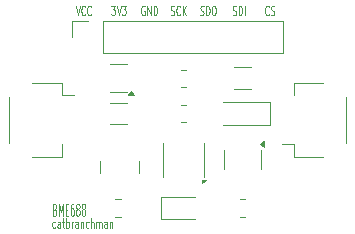
<source format=gbr>
%TF.GenerationSoftware,KiCad,Pcbnew,8.0.5*%
%TF.CreationDate,2024-10-27T10:59:05-07:00*%
%TF.ProjectId,bme688-ezzat-suhaime,626d6536-3838-42d6-957a-7a61742d7375,rev?*%
%TF.SameCoordinates,Original*%
%TF.FileFunction,Legend,Top*%
%TF.FilePolarity,Positive*%
%FSLAX46Y46*%
G04 Gerber Fmt 4.6, Leading zero omitted, Abs format (unit mm)*
G04 Created by KiCad (PCBNEW 8.0.5) date 2024-10-27 10:59:05*
%MOMM*%
%LPD*%
G01*
G04 APERTURE LIST*
%ADD10C,0.093750*%
%ADD11C,0.125000*%
%ADD12C,0.120000*%
G04 APERTURE END LIST*
D10*
X216645010Y-106109125D02*
X216597391Y-106147220D01*
X216597391Y-106147220D02*
X216502153Y-106147220D01*
X216502153Y-106147220D02*
X216454534Y-106109125D01*
X216454534Y-106109125D02*
X216430724Y-106071029D01*
X216430724Y-106071029D02*
X216406915Y-105994839D01*
X216406915Y-105994839D02*
X216406915Y-105766267D01*
X216406915Y-105766267D02*
X216430724Y-105690077D01*
X216430724Y-105690077D02*
X216454534Y-105651982D01*
X216454534Y-105651982D02*
X216502153Y-105613886D01*
X216502153Y-105613886D02*
X216597391Y-105613886D01*
X216597391Y-105613886D02*
X216645010Y-105651982D01*
X217073581Y-106147220D02*
X217073581Y-105728172D01*
X217073581Y-105728172D02*
X217049771Y-105651982D01*
X217049771Y-105651982D02*
X217002152Y-105613886D01*
X217002152Y-105613886D02*
X216906914Y-105613886D01*
X216906914Y-105613886D02*
X216859295Y-105651982D01*
X217073581Y-106109125D02*
X217025962Y-106147220D01*
X217025962Y-106147220D02*
X216906914Y-106147220D01*
X216906914Y-106147220D02*
X216859295Y-106109125D01*
X216859295Y-106109125D02*
X216835486Y-106032934D01*
X216835486Y-106032934D02*
X216835486Y-105956744D01*
X216835486Y-105956744D02*
X216859295Y-105880553D01*
X216859295Y-105880553D02*
X216906914Y-105842458D01*
X216906914Y-105842458D02*
X217025962Y-105842458D01*
X217025962Y-105842458D02*
X217073581Y-105804363D01*
X217240248Y-105613886D02*
X217430724Y-105613886D01*
X217311676Y-105347220D02*
X217311676Y-106032934D01*
X217311676Y-106032934D02*
X217335486Y-106109125D01*
X217335486Y-106109125D02*
X217383105Y-106147220D01*
X217383105Y-106147220D02*
X217430724Y-106147220D01*
X217597390Y-106147220D02*
X217597390Y-105347220D01*
X217597390Y-105651982D02*
X217645009Y-105613886D01*
X217645009Y-105613886D02*
X217740247Y-105613886D01*
X217740247Y-105613886D02*
X217787866Y-105651982D01*
X217787866Y-105651982D02*
X217811676Y-105690077D01*
X217811676Y-105690077D02*
X217835485Y-105766267D01*
X217835485Y-105766267D02*
X217835485Y-105994839D01*
X217835485Y-105994839D02*
X217811676Y-106071029D01*
X217811676Y-106071029D02*
X217787866Y-106109125D01*
X217787866Y-106109125D02*
X217740247Y-106147220D01*
X217740247Y-106147220D02*
X217645009Y-106147220D01*
X217645009Y-106147220D02*
X217597390Y-106109125D01*
X218049771Y-106147220D02*
X218049771Y-105613886D01*
X218049771Y-105766267D02*
X218073581Y-105690077D01*
X218073581Y-105690077D02*
X218097390Y-105651982D01*
X218097390Y-105651982D02*
X218145009Y-105613886D01*
X218145009Y-105613886D02*
X218192628Y-105613886D01*
X218573581Y-106147220D02*
X218573581Y-105728172D01*
X218573581Y-105728172D02*
X218549771Y-105651982D01*
X218549771Y-105651982D02*
X218502152Y-105613886D01*
X218502152Y-105613886D02*
X218406914Y-105613886D01*
X218406914Y-105613886D02*
X218359295Y-105651982D01*
X218573581Y-106109125D02*
X218525962Y-106147220D01*
X218525962Y-106147220D02*
X218406914Y-106147220D01*
X218406914Y-106147220D02*
X218359295Y-106109125D01*
X218359295Y-106109125D02*
X218335486Y-106032934D01*
X218335486Y-106032934D02*
X218335486Y-105956744D01*
X218335486Y-105956744D02*
X218359295Y-105880553D01*
X218359295Y-105880553D02*
X218406914Y-105842458D01*
X218406914Y-105842458D02*
X218525962Y-105842458D01*
X218525962Y-105842458D02*
X218573581Y-105804363D01*
X218811676Y-105613886D02*
X218811676Y-106147220D01*
X218811676Y-105690077D02*
X218835486Y-105651982D01*
X218835486Y-105651982D02*
X218883105Y-105613886D01*
X218883105Y-105613886D02*
X218954533Y-105613886D01*
X218954533Y-105613886D02*
X219002152Y-105651982D01*
X219002152Y-105651982D02*
X219025962Y-105728172D01*
X219025962Y-105728172D02*
X219025962Y-106147220D01*
X219478343Y-106109125D02*
X219430724Y-106147220D01*
X219430724Y-106147220D02*
X219335486Y-106147220D01*
X219335486Y-106147220D02*
X219287867Y-106109125D01*
X219287867Y-106109125D02*
X219264057Y-106071029D01*
X219264057Y-106071029D02*
X219240248Y-105994839D01*
X219240248Y-105994839D02*
X219240248Y-105766267D01*
X219240248Y-105766267D02*
X219264057Y-105690077D01*
X219264057Y-105690077D02*
X219287867Y-105651982D01*
X219287867Y-105651982D02*
X219335486Y-105613886D01*
X219335486Y-105613886D02*
X219430724Y-105613886D01*
X219430724Y-105613886D02*
X219478343Y-105651982D01*
X219692628Y-106147220D02*
X219692628Y-105347220D01*
X219906914Y-106147220D02*
X219906914Y-105728172D01*
X219906914Y-105728172D02*
X219883104Y-105651982D01*
X219883104Y-105651982D02*
X219835485Y-105613886D01*
X219835485Y-105613886D02*
X219764057Y-105613886D01*
X219764057Y-105613886D02*
X219716438Y-105651982D01*
X219716438Y-105651982D02*
X219692628Y-105690077D01*
X220145009Y-106147220D02*
X220145009Y-105613886D01*
X220145009Y-105690077D02*
X220168819Y-105651982D01*
X220168819Y-105651982D02*
X220216438Y-105613886D01*
X220216438Y-105613886D02*
X220287866Y-105613886D01*
X220287866Y-105613886D02*
X220335485Y-105651982D01*
X220335485Y-105651982D02*
X220359295Y-105728172D01*
X220359295Y-105728172D02*
X220359295Y-106147220D01*
X220359295Y-105728172D02*
X220383104Y-105651982D01*
X220383104Y-105651982D02*
X220430723Y-105613886D01*
X220430723Y-105613886D02*
X220502152Y-105613886D01*
X220502152Y-105613886D02*
X220549771Y-105651982D01*
X220549771Y-105651982D02*
X220573581Y-105728172D01*
X220573581Y-105728172D02*
X220573581Y-106147220D01*
X221025962Y-106147220D02*
X221025962Y-105728172D01*
X221025962Y-105728172D02*
X221002152Y-105651982D01*
X221002152Y-105651982D02*
X220954533Y-105613886D01*
X220954533Y-105613886D02*
X220859295Y-105613886D01*
X220859295Y-105613886D02*
X220811676Y-105651982D01*
X221025962Y-106109125D02*
X220978343Y-106147220D01*
X220978343Y-106147220D02*
X220859295Y-106147220D01*
X220859295Y-106147220D02*
X220811676Y-106109125D01*
X220811676Y-106109125D02*
X220787867Y-106032934D01*
X220787867Y-106032934D02*
X220787867Y-105956744D01*
X220787867Y-105956744D02*
X220811676Y-105880553D01*
X220811676Y-105880553D02*
X220859295Y-105842458D01*
X220859295Y-105842458D02*
X220978343Y-105842458D01*
X220978343Y-105842458D02*
X221025962Y-105804363D01*
X221264057Y-105613886D02*
X221264057Y-106147220D01*
X221264057Y-105690077D02*
X221287867Y-105651982D01*
X221287867Y-105651982D02*
X221335486Y-105613886D01*
X221335486Y-105613886D02*
X221406914Y-105613886D01*
X221406914Y-105613886D02*
X221454533Y-105651982D01*
X221454533Y-105651982D02*
X221478343Y-105728172D01*
X221478343Y-105728172D02*
X221478343Y-106147220D01*
D11*
X216617950Y-104597309D02*
X216689378Y-104644928D01*
X216689378Y-104644928D02*
X216713188Y-104692547D01*
X216713188Y-104692547D02*
X216736997Y-104787785D01*
X216736997Y-104787785D02*
X216736997Y-104930642D01*
X216736997Y-104930642D02*
X216713188Y-105025880D01*
X216713188Y-105025880D02*
X216689378Y-105073500D01*
X216689378Y-105073500D02*
X216641759Y-105121119D01*
X216641759Y-105121119D02*
X216451283Y-105121119D01*
X216451283Y-105121119D02*
X216451283Y-104121119D01*
X216451283Y-104121119D02*
X216617950Y-104121119D01*
X216617950Y-104121119D02*
X216665569Y-104168738D01*
X216665569Y-104168738D02*
X216689378Y-104216357D01*
X216689378Y-104216357D02*
X216713188Y-104311595D01*
X216713188Y-104311595D02*
X216713188Y-104406833D01*
X216713188Y-104406833D02*
X216689378Y-104502071D01*
X216689378Y-104502071D02*
X216665569Y-104549690D01*
X216665569Y-104549690D02*
X216617950Y-104597309D01*
X216617950Y-104597309D02*
X216451283Y-104597309D01*
X216951283Y-105121119D02*
X216951283Y-104121119D01*
X216951283Y-104121119D02*
X217117950Y-104835404D01*
X217117950Y-104835404D02*
X217284616Y-104121119D01*
X217284616Y-104121119D02*
X217284616Y-105121119D01*
X217522712Y-104597309D02*
X217689379Y-104597309D01*
X217760807Y-105121119D02*
X217522712Y-105121119D01*
X217522712Y-105121119D02*
X217522712Y-104121119D01*
X217522712Y-104121119D02*
X217760807Y-104121119D01*
X218189379Y-104121119D02*
X218094141Y-104121119D01*
X218094141Y-104121119D02*
X218046522Y-104168738D01*
X218046522Y-104168738D02*
X218022712Y-104216357D01*
X218022712Y-104216357D02*
X217975093Y-104359214D01*
X217975093Y-104359214D02*
X217951284Y-104549690D01*
X217951284Y-104549690D02*
X217951284Y-104930642D01*
X217951284Y-104930642D02*
X217975093Y-105025880D01*
X217975093Y-105025880D02*
X217998903Y-105073500D01*
X217998903Y-105073500D02*
X218046522Y-105121119D01*
X218046522Y-105121119D02*
X218141760Y-105121119D01*
X218141760Y-105121119D02*
X218189379Y-105073500D01*
X218189379Y-105073500D02*
X218213188Y-105025880D01*
X218213188Y-105025880D02*
X218236998Y-104930642D01*
X218236998Y-104930642D02*
X218236998Y-104692547D01*
X218236998Y-104692547D02*
X218213188Y-104597309D01*
X218213188Y-104597309D02*
X218189379Y-104549690D01*
X218189379Y-104549690D02*
X218141760Y-104502071D01*
X218141760Y-104502071D02*
X218046522Y-104502071D01*
X218046522Y-104502071D02*
X217998903Y-104549690D01*
X217998903Y-104549690D02*
X217975093Y-104597309D01*
X217975093Y-104597309D02*
X217951284Y-104692547D01*
X218522712Y-104549690D02*
X218475093Y-104502071D01*
X218475093Y-104502071D02*
X218451283Y-104454452D01*
X218451283Y-104454452D02*
X218427474Y-104359214D01*
X218427474Y-104359214D02*
X218427474Y-104311595D01*
X218427474Y-104311595D02*
X218451283Y-104216357D01*
X218451283Y-104216357D02*
X218475093Y-104168738D01*
X218475093Y-104168738D02*
X218522712Y-104121119D01*
X218522712Y-104121119D02*
X218617950Y-104121119D01*
X218617950Y-104121119D02*
X218665569Y-104168738D01*
X218665569Y-104168738D02*
X218689378Y-104216357D01*
X218689378Y-104216357D02*
X218713188Y-104311595D01*
X218713188Y-104311595D02*
X218713188Y-104359214D01*
X218713188Y-104359214D02*
X218689378Y-104454452D01*
X218689378Y-104454452D02*
X218665569Y-104502071D01*
X218665569Y-104502071D02*
X218617950Y-104549690D01*
X218617950Y-104549690D02*
X218522712Y-104549690D01*
X218522712Y-104549690D02*
X218475093Y-104597309D01*
X218475093Y-104597309D02*
X218451283Y-104644928D01*
X218451283Y-104644928D02*
X218427474Y-104740166D01*
X218427474Y-104740166D02*
X218427474Y-104930642D01*
X218427474Y-104930642D02*
X218451283Y-105025880D01*
X218451283Y-105025880D02*
X218475093Y-105073500D01*
X218475093Y-105073500D02*
X218522712Y-105121119D01*
X218522712Y-105121119D02*
X218617950Y-105121119D01*
X218617950Y-105121119D02*
X218665569Y-105073500D01*
X218665569Y-105073500D02*
X218689378Y-105025880D01*
X218689378Y-105025880D02*
X218713188Y-104930642D01*
X218713188Y-104930642D02*
X218713188Y-104740166D01*
X218713188Y-104740166D02*
X218689378Y-104644928D01*
X218689378Y-104644928D02*
X218665569Y-104597309D01*
X218665569Y-104597309D02*
X218617950Y-104549690D01*
X218998902Y-104549690D02*
X218951283Y-104502071D01*
X218951283Y-104502071D02*
X218927473Y-104454452D01*
X218927473Y-104454452D02*
X218903664Y-104359214D01*
X218903664Y-104359214D02*
X218903664Y-104311595D01*
X218903664Y-104311595D02*
X218927473Y-104216357D01*
X218927473Y-104216357D02*
X218951283Y-104168738D01*
X218951283Y-104168738D02*
X218998902Y-104121119D01*
X218998902Y-104121119D02*
X219094140Y-104121119D01*
X219094140Y-104121119D02*
X219141759Y-104168738D01*
X219141759Y-104168738D02*
X219165568Y-104216357D01*
X219165568Y-104216357D02*
X219189378Y-104311595D01*
X219189378Y-104311595D02*
X219189378Y-104359214D01*
X219189378Y-104359214D02*
X219165568Y-104454452D01*
X219165568Y-104454452D02*
X219141759Y-104502071D01*
X219141759Y-104502071D02*
X219094140Y-104549690D01*
X219094140Y-104549690D02*
X218998902Y-104549690D01*
X218998902Y-104549690D02*
X218951283Y-104597309D01*
X218951283Y-104597309D02*
X218927473Y-104644928D01*
X218927473Y-104644928D02*
X218903664Y-104740166D01*
X218903664Y-104740166D02*
X218903664Y-104930642D01*
X218903664Y-104930642D02*
X218927473Y-105025880D01*
X218927473Y-105025880D02*
X218951283Y-105073500D01*
X218951283Y-105073500D02*
X218998902Y-105121119D01*
X218998902Y-105121119D02*
X219094140Y-105121119D01*
X219094140Y-105121119D02*
X219141759Y-105073500D01*
X219141759Y-105073500D02*
X219165568Y-105025880D01*
X219165568Y-105025880D02*
X219189378Y-104930642D01*
X219189378Y-104930642D02*
X219189378Y-104740166D01*
X219189378Y-104740166D02*
X219165568Y-104644928D01*
X219165568Y-104644928D02*
X219141759Y-104597309D01*
X219141759Y-104597309D02*
X219094140Y-104549690D01*
X228927474Y-88107500D02*
X228998902Y-88145595D01*
X228998902Y-88145595D02*
X229117950Y-88145595D01*
X229117950Y-88145595D02*
X229165569Y-88107500D01*
X229165569Y-88107500D02*
X229189378Y-88069404D01*
X229189378Y-88069404D02*
X229213188Y-87993214D01*
X229213188Y-87993214D02*
X229213188Y-87917023D01*
X229213188Y-87917023D02*
X229189378Y-87840833D01*
X229189378Y-87840833D02*
X229165569Y-87802738D01*
X229165569Y-87802738D02*
X229117950Y-87764642D01*
X229117950Y-87764642D02*
X229022712Y-87726547D01*
X229022712Y-87726547D02*
X228975093Y-87688452D01*
X228975093Y-87688452D02*
X228951283Y-87650357D01*
X228951283Y-87650357D02*
X228927474Y-87574166D01*
X228927474Y-87574166D02*
X228927474Y-87497976D01*
X228927474Y-87497976D02*
X228951283Y-87421785D01*
X228951283Y-87421785D02*
X228975093Y-87383690D01*
X228975093Y-87383690D02*
X229022712Y-87345595D01*
X229022712Y-87345595D02*
X229141759Y-87345595D01*
X229141759Y-87345595D02*
X229213188Y-87383690D01*
X229427473Y-88145595D02*
X229427473Y-87345595D01*
X229427473Y-87345595D02*
X229546521Y-87345595D01*
X229546521Y-87345595D02*
X229617949Y-87383690D01*
X229617949Y-87383690D02*
X229665568Y-87459880D01*
X229665568Y-87459880D02*
X229689378Y-87536071D01*
X229689378Y-87536071D02*
X229713187Y-87688452D01*
X229713187Y-87688452D02*
X229713187Y-87802738D01*
X229713187Y-87802738D02*
X229689378Y-87955119D01*
X229689378Y-87955119D02*
X229665568Y-88031309D01*
X229665568Y-88031309D02*
X229617949Y-88107500D01*
X229617949Y-88107500D02*
X229546521Y-88145595D01*
X229546521Y-88145595D02*
X229427473Y-88145595D01*
X230022711Y-87345595D02*
X230117949Y-87345595D01*
X230117949Y-87345595D02*
X230165568Y-87383690D01*
X230165568Y-87383690D02*
X230213187Y-87459880D01*
X230213187Y-87459880D02*
X230236997Y-87612261D01*
X230236997Y-87612261D02*
X230236997Y-87878928D01*
X230236997Y-87878928D02*
X230213187Y-88031309D01*
X230213187Y-88031309D02*
X230165568Y-88107500D01*
X230165568Y-88107500D02*
X230117949Y-88145595D01*
X230117949Y-88145595D02*
X230022711Y-88145595D01*
X230022711Y-88145595D02*
X229975092Y-88107500D01*
X229975092Y-88107500D02*
X229927473Y-88031309D01*
X229927473Y-88031309D02*
X229903664Y-87878928D01*
X229903664Y-87878928D02*
X229903664Y-87612261D01*
X229903664Y-87612261D02*
X229927473Y-87459880D01*
X229927473Y-87459880D02*
X229975092Y-87383690D01*
X229975092Y-87383690D02*
X230022711Y-87345595D01*
X221403664Y-87345595D02*
X221713188Y-87345595D01*
X221713188Y-87345595D02*
X221546521Y-87650357D01*
X221546521Y-87650357D02*
X221617950Y-87650357D01*
X221617950Y-87650357D02*
X221665569Y-87688452D01*
X221665569Y-87688452D02*
X221689378Y-87726547D01*
X221689378Y-87726547D02*
X221713188Y-87802738D01*
X221713188Y-87802738D02*
X221713188Y-87993214D01*
X221713188Y-87993214D02*
X221689378Y-88069404D01*
X221689378Y-88069404D02*
X221665569Y-88107500D01*
X221665569Y-88107500D02*
X221617950Y-88145595D01*
X221617950Y-88145595D02*
X221475093Y-88145595D01*
X221475093Y-88145595D02*
X221427474Y-88107500D01*
X221427474Y-88107500D02*
X221403664Y-88069404D01*
X221856045Y-87345595D02*
X222022711Y-88145595D01*
X222022711Y-88145595D02*
X222189378Y-87345595D01*
X222308425Y-87345595D02*
X222617949Y-87345595D01*
X222617949Y-87345595D02*
X222451282Y-87650357D01*
X222451282Y-87650357D02*
X222522711Y-87650357D01*
X222522711Y-87650357D02*
X222570330Y-87688452D01*
X222570330Y-87688452D02*
X222594139Y-87726547D01*
X222594139Y-87726547D02*
X222617949Y-87802738D01*
X222617949Y-87802738D02*
X222617949Y-87993214D01*
X222617949Y-87993214D02*
X222594139Y-88069404D01*
X222594139Y-88069404D02*
X222570330Y-88107500D01*
X222570330Y-88107500D02*
X222522711Y-88145595D01*
X222522711Y-88145595D02*
X222379854Y-88145595D01*
X222379854Y-88145595D02*
X222332235Y-88107500D01*
X222332235Y-88107500D02*
X222308425Y-88069404D01*
X218379855Y-87345595D02*
X218546521Y-88145595D01*
X218546521Y-88145595D02*
X218713188Y-87345595D01*
X219165568Y-88069404D02*
X219141759Y-88107500D01*
X219141759Y-88107500D02*
X219070330Y-88145595D01*
X219070330Y-88145595D02*
X219022711Y-88145595D01*
X219022711Y-88145595D02*
X218951283Y-88107500D01*
X218951283Y-88107500D02*
X218903664Y-88031309D01*
X218903664Y-88031309D02*
X218879854Y-87955119D01*
X218879854Y-87955119D02*
X218856045Y-87802738D01*
X218856045Y-87802738D02*
X218856045Y-87688452D01*
X218856045Y-87688452D02*
X218879854Y-87536071D01*
X218879854Y-87536071D02*
X218903664Y-87459880D01*
X218903664Y-87459880D02*
X218951283Y-87383690D01*
X218951283Y-87383690D02*
X219022711Y-87345595D01*
X219022711Y-87345595D02*
X219070330Y-87345595D01*
X219070330Y-87345595D02*
X219141759Y-87383690D01*
X219141759Y-87383690D02*
X219165568Y-87421785D01*
X219665568Y-88069404D02*
X219641759Y-88107500D01*
X219641759Y-88107500D02*
X219570330Y-88145595D01*
X219570330Y-88145595D02*
X219522711Y-88145595D01*
X219522711Y-88145595D02*
X219451283Y-88107500D01*
X219451283Y-88107500D02*
X219403664Y-88031309D01*
X219403664Y-88031309D02*
X219379854Y-87955119D01*
X219379854Y-87955119D02*
X219356045Y-87802738D01*
X219356045Y-87802738D02*
X219356045Y-87688452D01*
X219356045Y-87688452D02*
X219379854Y-87536071D01*
X219379854Y-87536071D02*
X219403664Y-87459880D01*
X219403664Y-87459880D02*
X219451283Y-87383690D01*
X219451283Y-87383690D02*
X219522711Y-87345595D01*
X219522711Y-87345595D02*
X219570330Y-87345595D01*
X219570330Y-87345595D02*
X219641759Y-87383690D01*
X219641759Y-87383690D02*
X219665568Y-87421785D01*
X231677474Y-88107500D02*
X231748902Y-88145595D01*
X231748902Y-88145595D02*
X231867950Y-88145595D01*
X231867950Y-88145595D02*
X231915569Y-88107500D01*
X231915569Y-88107500D02*
X231939378Y-88069404D01*
X231939378Y-88069404D02*
X231963188Y-87993214D01*
X231963188Y-87993214D02*
X231963188Y-87917023D01*
X231963188Y-87917023D02*
X231939378Y-87840833D01*
X231939378Y-87840833D02*
X231915569Y-87802738D01*
X231915569Y-87802738D02*
X231867950Y-87764642D01*
X231867950Y-87764642D02*
X231772712Y-87726547D01*
X231772712Y-87726547D02*
X231725093Y-87688452D01*
X231725093Y-87688452D02*
X231701283Y-87650357D01*
X231701283Y-87650357D02*
X231677474Y-87574166D01*
X231677474Y-87574166D02*
X231677474Y-87497976D01*
X231677474Y-87497976D02*
X231701283Y-87421785D01*
X231701283Y-87421785D02*
X231725093Y-87383690D01*
X231725093Y-87383690D02*
X231772712Y-87345595D01*
X231772712Y-87345595D02*
X231891759Y-87345595D01*
X231891759Y-87345595D02*
X231963188Y-87383690D01*
X232177473Y-88145595D02*
X232177473Y-87345595D01*
X232177473Y-87345595D02*
X232296521Y-87345595D01*
X232296521Y-87345595D02*
X232367949Y-87383690D01*
X232367949Y-87383690D02*
X232415568Y-87459880D01*
X232415568Y-87459880D02*
X232439378Y-87536071D01*
X232439378Y-87536071D02*
X232463187Y-87688452D01*
X232463187Y-87688452D02*
X232463187Y-87802738D01*
X232463187Y-87802738D02*
X232439378Y-87955119D01*
X232439378Y-87955119D02*
X232415568Y-88031309D01*
X232415568Y-88031309D02*
X232367949Y-88107500D01*
X232367949Y-88107500D02*
X232296521Y-88145595D01*
X232296521Y-88145595D02*
X232177473Y-88145595D01*
X232677473Y-88145595D02*
X232677473Y-87345595D01*
X234736997Y-88069404D02*
X234713188Y-88107500D01*
X234713188Y-88107500D02*
X234641759Y-88145595D01*
X234641759Y-88145595D02*
X234594140Y-88145595D01*
X234594140Y-88145595D02*
X234522712Y-88107500D01*
X234522712Y-88107500D02*
X234475093Y-88031309D01*
X234475093Y-88031309D02*
X234451283Y-87955119D01*
X234451283Y-87955119D02*
X234427474Y-87802738D01*
X234427474Y-87802738D02*
X234427474Y-87688452D01*
X234427474Y-87688452D02*
X234451283Y-87536071D01*
X234451283Y-87536071D02*
X234475093Y-87459880D01*
X234475093Y-87459880D02*
X234522712Y-87383690D01*
X234522712Y-87383690D02*
X234594140Y-87345595D01*
X234594140Y-87345595D02*
X234641759Y-87345595D01*
X234641759Y-87345595D02*
X234713188Y-87383690D01*
X234713188Y-87383690D02*
X234736997Y-87421785D01*
X234927474Y-88107500D02*
X234998902Y-88145595D01*
X234998902Y-88145595D02*
X235117950Y-88145595D01*
X235117950Y-88145595D02*
X235165569Y-88107500D01*
X235165569Y-88107500D02*
X235189378Y-88069404D01*
X235189378Y-88069404D02*
X235213188Y-87993214D01*
X235213188Y-87993214D02*
X235213188Y-87917023D01*
X235213188Y-87917023D02*
X235189378Y-87840833D01*
X235189378Y-87840833D02*
X235165569Y-87802738D01*
X235165569Y-87802738D02*
X235117950Y-87764642D01*
X235117950Y-87764642D02*
X235022712Y-87726547D01*
X235022712Y-87726547D02*
X234975093Y-87688452D01*
X234975093Y-87688452D02*
X234951283Y-87650357D01*
X234951283Y-87650357D02*
X234927474Y-87574166D01*
X234927474Y-87574166D02*
X234927474Y-87497976D01*
X234927474Y-87497976D02*
X234951283Y-87421785D01*
X234951283Y-87421785D02*
X234975093Y-87383690D01*
X234975093Y-87383690D02*
X235022712Y-87345595D01*
X235022712Y-87345595D02*
X235141759Y-87345595D01*
X235141759Y-87345595D02*
X235213188Y-87383690D01*
X224213188Y-87383690D02*
X224165569Y-87345595D01*
X224165569Y-87345595D02*
X224094140Y-87345595D01*
X224094140Y-87345595D02*
X224022712Y-87383690D01*
X224022712Y-87383690D02*
X223975093Y-87459880D01*
X223975093Y-87459880D02*
X223951283Y-87536071D01*
X223951283Y-87536071D02*
X223927474Y-87688452D01*
X223927474Y-87688452D02*
X223927474Y-87802738D01*
X223927474Y-87802738D02*
X223951283Y-87955119D01*
X223951283Y-87955119D02*
X223975093Y-88031309D01*
X223975093Y-88031309D02*
X224022712Y-88107500D01*
X224022712Y-88107500D02*
X224094140Y-88145595D01*
X224094140Y-88145595D02*
X224141759Y-88145595D01*
X224141759Y-88145595D02*
X224213188Y-88107500D01*
X224213188Y-88107500D02*
X224236997Y-88069404D01*
X224236997Y-88069404D02*
X224236997Y-87802738D01*
X224236997Y-87802738D02*
X224141759Y-87802738D01*
X224451283Y-88145595D02*
X224451283Y-87345595D01*
X224451283Y-87345595D02*
X224736997Y-88145595D01*
X224736997Y-88145595D02*
X224736997Y-87345595D01*
X224975093Y-88145595D02*
X224975093Y-87345595D01*
X224975093Y-87345595D02*
X225094141Y-87345595D01*
X225094141Y-87345595D02*
X225165569Y-87383690D01*
X225165569Y-87383690D02*
X225213188Y-87459880D01*
X225213188Y-87459880D02*
X225236998Y-87536071D01*
X225236998Y-87536071D02*
X225260807Y-87688452D01*
X225260807Y-87688452D02*
X225260807Y-87802738D01*
X225260807Y-87802738D02*
X225236998Y-87955119D01*
X225236998Y-87955119D02*
X225213188Y-88031309D01*
X225213188Y-88031309D02*
X225165569Y-88107500D01*
X225165569Y-88107500D02*
X225094141Y-88145595D01*
X225094141Y-88145595D02*
X224975093Y-88145595D01*
X226427474Y-88107500D02*
X226498902Y-88145595D01*
X226498902Y-88145595D02*
X226617950Y-88145595D01*
X226617950Y-88145595D02*
X226665569Y-88107500D01*
X226665569Y-88107500D02*
X226689378Y-88069404D01*
X226689378Y-88069404D02*
X226713188Y-87993214D01*
X226713188Y-87993214D02*
X226713188Y-87917023D01*
X226713188Y-87917023D02*
X226689378Y-87840833D01*
X226689378Y-87840833D02*
X226665569Y-87802738D01*
X226665569Y-87802738D02*
X226617950Y-87764642D01*
X226617950Y-87764642D02*
X226522712Y-87726547D01*
X226522712Y-87726547D02*
X226475093Y-87688452D01*
X226475093Y-87688452D02*
X226451283Y-87650357D01*
X226451283Y-87650357D02*
X226427474Y-87574166D01*
X226427474Y-87574166D02*
X226427474Y-87497976D01*
X226427474Y-87497976D02*
X226451283Y-87421785D01*
X226451283Y-87421785D02*
X226475093Y-87383690D01*
X226475093Y-87383690D02*
X226522712Y-87345595D01*
X226522712Y-87345595D02*
X226641759Y-87345595D01*
X226641759Y-87345595D02*
X226713188Y-87383690D01*
X227213187Y-88069404D02*
X227189378Y-88107500D01*
X227189378Y-88107500D02*
X227117949Y-88145595D01*
X227117949Y-88145595D02*
X227070330Y-88145595D01*
X227070330Y-88145595D02*
X226998902Y-88107500D01*
X226998902Y-88107500D02*
X226951283Y-88031309D01*
X226951283Y-88031309D02*
X226927473Y-87955119D01*
X226927473Y-87955119D02*
X226903664Y-87802738D01*
X226903664Y-87802738D02*
X226903664Y-87688452D01*
X226903664Y-87688452D02*
X226927473Y-87536071D01*
X226927473Y-87536071D02*
X226951283Y-87459880D01*
X226951283Y-87459880D02*
X226998902Y-87383690D01*
X226998902Y-87383690D02*
X227070330Y-87345595D01*
X227070330Y-87345595D02*
X227117949Y-87345595D01*
X227117949Y-87345595D02*
X227189378Y-87383690D01*
X227189378Y-87383690D02*
X227213187Y-87421785D01*
X227427473Y-88145595D02*
X227427473Y-87345595D01*
X227713187Y-88145595D02*
X227498902Y-87688452D01*
X227713187Y-87345595D02*
X227427473Y-87802738D01*
D12*
%TO.C,Q1*%
X222700000Y-92315000D02*
X221300000Y-92315000D01*
X222710000Y-94635000D02*
X221300000Y-94635000D01*
X223320000Y-94915000D02*
X222840000Y-94915000D01*
X223080000Y-94585000D01*
X223320000Y-94915000D01*
G36*
X223320000Y-94915000D02*
G01*
X222840000Y-94915000D01*
X223080000Y-94585000D01*
X223320000Y-94915000D01*
G37*
%TO.C,R1*%
X227272936Y-95740000D02*
X227727064Y-95740000D01*
X227272936Y-97210000D02*
X227727064Y-97210000D01*
%TO.C,C1*%
X221288748Y-95565000D02*
X222711252Y-95565000D01*
X221288748Y-97385000D02*
X222711252Y-97385000D01*
%TO.C,U2*%
X230940000Y-100337500D02*
X230940000Y-99537500D01*
X230940000Y-100337500D02*
X230940000Y-101137500D01*
X234060000Y-100337500D02*
X234060000Y-99537500D01*
X234060000Y-100337500D02*
X234060000Y-101137500D01*
X234340000Y-99277500D02*
X234010000Y-99037500D01*
X234340000Y-98797500D01*
X234340000Y-99277500D01*
G36*
X234340000Y-99277500D02*
G01*
X234010000Y-99037500D01*
X234340000Y-98797500D01*
X234340000Y-99277500D01*
G37*
%TO.C,R3*%
X232727064Y-103740000D02*
X232272936Y-103740000D01*
X232727064Y-105210000D02*
X232272936Y-105210000D01*
%TO.C,J3*%
X236840000Y-93890000D02*
X236840000Y-94940000D01*
X236840000Y-99060000D02*
X235850000Y-99060000D01*
X236840000Y-100110000D02*
X236840000Y-99060000D01*
X239340000Y-93890000D02*
X236840000Y-93890000D01*
X239340000Y-100110000D02*
X236840000Y-100110000D01*
X241310000Y-98940000D02*
X241310000Y-95060000D01*
%TO.C,C2*%
X231788748Y-92565000D02*
X233211252Y-92565000D01*
X231788748Y-94385000D02*
X233211252Y-94385000D01*
%TO.C,U1*%
X225790000Y-101835000D02*
X225790000Y-98975000D01*
X229210000Y-101835000D02*
X229210000Y-98975000D01*
X229100000Y-102355000D02*
X229100000Y-102075000D01*
X229380000Y-102075000D01*
X229100000Y-102355000D01*
G36*
X229100000Y-102355000D02*
G01*
X229100000Y-102075000D01*
X229380000Y-102075000D01*
X229100000Y-102355000D01*
G37*
%TO.C,J1*%
X218070000Y-88645000D02*
X219400000Y-88645000D01*
X218070000Y-89975000D02*
X218070000Y-88645000D01*
X220670000Y-88645000D02*
X235970000Y-88645000D01*
X220670000Y-91305000D02*
X220670000Y-88645000D01*
X220670000Y-91305000D02*
X235970000Y-91305000D01*
X235970000Y-91305000D02*
X235970000Y-88645000D01*
%TO.C,D2*%
X225640000Y-103515000D02*
X225640000Y-105435000D01*
X225640000Y-105435000D02*
X228500000Y-105435000D01*
X228500000Y-103515000D02*
X225640000Y-103515000D01*
%TO.C,C3*%
X221738748Y-103740000D02*
X222261252Y-103740000D01*
X221738748Y-105210000D02*
X222261252Y-105210000D01*
%TO.C,R2*%
X227727064Y-92740000D02*
X227272936Y-92740000D01*
X227727064Y-94210000D02*
X227272936Y-94210000D01*
%TO.C,RN1*%
X220420000Y-101475000D02*
X220420000Y-100475000D01*
X223780000Y-101475000D02*
X223780000Y-100475000D01*
%TO.C,D1*%
X234860000Y-95475000D02*
X230850000Y-95475000D01*
X234860000Y-97475000D02*
X230850000Y-97475000D01*
X234860000Y-97475000D02*
X234860000Y-95475000D01*
%TO.C,J2*%
X212752500Y-95060000D02*
X212752500Y-98940000D01*
X214722500Y-93890000D02*
X217222500Y-93890000D01*
X214722500Y-100110000D02*
X217222500Y-100110000D01*
X217222500Y-93890000D02*
X217222500Y-94940000D01*
X217222500Y-94940000D02*
X218212500Y-94940000D01*
X217222500Y-100110000D02*
X217222500Y-99060000D01*
%TD*%
M02*

</source>
